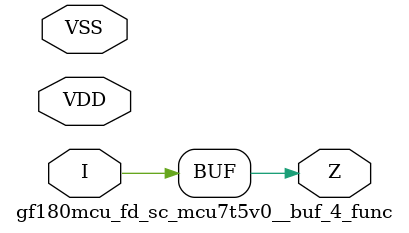
<source format=v>

module gf180mcu_fd_sc_mcu7t5v0__buf_4_func( I, Z, VDD, VSS );
input I;
inout VDD, VSS;
output Z;

	buf MGM_BG_0( Z, I );

endmodule

</source>
